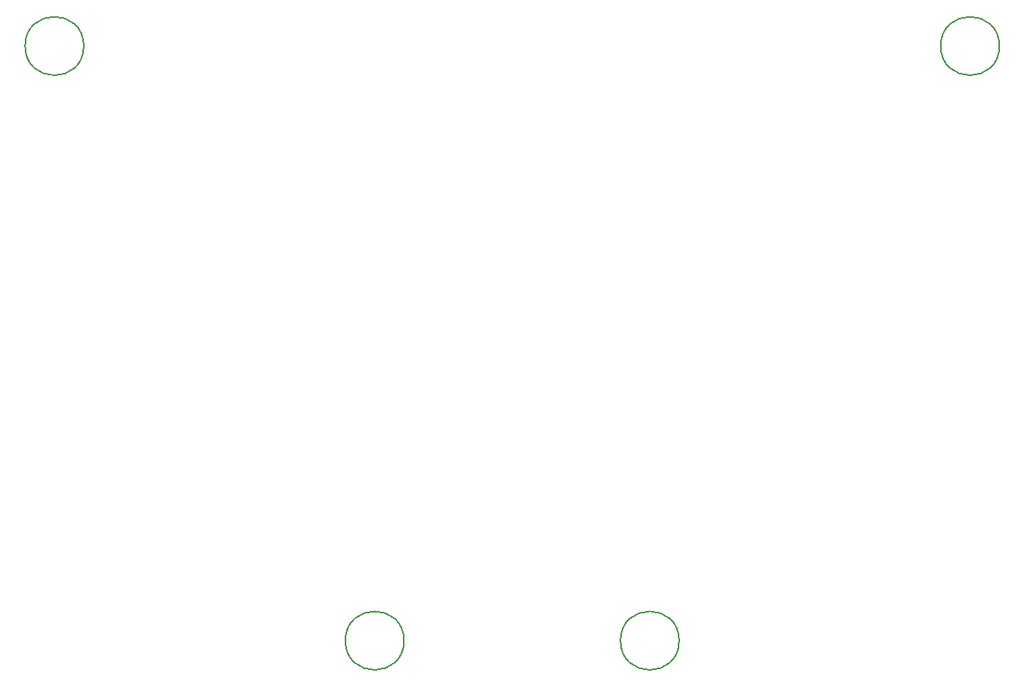
<source format=gbr>
%TF.GenerationSoftware,KiCad,Pcbnew,7.0.9*%
%TF.CreationDate,2024-06-25T19:44:48+09:00*%
%TF.ProjectId,05-PWR,30352d50-5752-42e6-9b69-6361645f7063,rev?*%
%TF.SameCoordinates,Original*%
%TF.FileFunction,Other,Comment*%
%FSLAX46Y46*%
G04 Gerber Fmt 4.6, Leading zero omitted, Abs format (unit mm)*
G04 Created by KiCad (PCBNEW 7.0.9) date 2024-06-25 19:44:48*
%MOMM*%
%LPD*%
G01*
G04 APERTURE LIST*
%ADD10C,0.150000*%
G04 APERTURE END LIST*
D10*
%TO.C,REF\u002A\u002A*%
X279505000Y-78660000D02*
G75*
G03*
X279505000Y-78660000I-3200000J0D01*
G01*
X244580000Y-143590000D02*
G75*
G03*
X244580000Y-143590000I-3200000J0D01*
G01*
X214575000Y-143590000D02*
G75*
G03*
X214575000Y-143590000I-3200000J0D01*
G01*
X179650000Y-78660000D02*
G75*
G03*
X179650000Y-78660000I-3200000J0D01*
G01*
%TD*%
M02*

</source>
